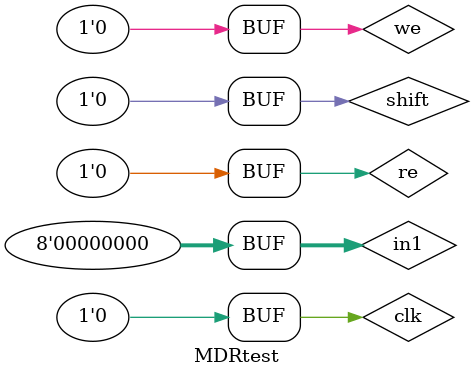
<source format=v>
`timescale 1ns / 1ps


module MDRtest;

	// Inputs
	reg [7:0] in1;
	reg clk;
	reg re;
	reg shift;

	// Outputs
	wire [14:0] out1;
	wire [7:0] out2;
	wire [14:0] out3;
	wire [3:0] out4;

	// Instantiate the Unit Under Test (UUT)
	MDR uut (
		.in1(in1), 
		.out1(out1), 
		.out2(out2), 
		.out3(out3), 
		.out4(out4), 
		.clk(clk), 
		.re(re), 
		.shift(shift)
	);

	initial begin
		// Initialize Inputs
		in1 = 0;
		clk = 0;
		re = 0;
		we = 0;
		shift = 0;

		// Wait 100 ns for global reset to finish
		#100;
        
		// Add stimulus here

	end
      
endmodule


</source>
